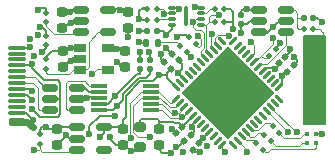
<source format=gbr>
%TF.GenerationSoftware,KiCad,Pcbnew,(6.0.4)*%
%TF.CreationDate,2022-08-13T13:22:29+02:00*%
%TF.ProjectId,mta1_usb,6d746131-5f75-4736-922e-6b696361645f,rev?*%
%TF.SameCoordinates,Original*%
%TF.FileFunction,Copper,L1,Top*%
%TF.FilePolarity,Positive*%
%FSLAX46Y46*%
G04 Gerber Fmt 4.6, Leading zero omitted, Abs format (unit mm)*
G04 Created by KiCad (PCBNEW (6.0.4)) date 2022-08-13 13:22:29*
%MOMM*%
%LPD*%
G01*
G04 APERTURE LIST*
G04 Aperture macros list*
%AMRoundRect*
0 Rectangle with rounded corners*
0 $1 Rounding radius*
0 $2 $3 $4 $5 $6 $7 $8 $9 X,Y pos of 4 corners*
0 Add a 4 corners polygon primitive as box body*
4,1,4,$2,$3,$4,$5,$6,$7,$8,$9,$2,$3,0*
0 Add four circle primitives for the rounded corners*
1,1,$1+$1,$2,$3*
1,1,$1+$1,$4,$5*
1,1,$1+$1,$6,$7*
1,1,$1+$1,$8,$9*
0 Add four rect primitives between the rounded corners*
20,1,$1+$1,$2,$3,$4,$5,0*
20,1,$1+$1,$4,$5,$6,$7,0*
20,1,$1+$1,$6,$7,$8,$9,0*
20,1,$1+$1,$8,$9,$2,$3,0*%
%AMRotRect*
0 Rectangle, with rotation*
0 The origin of the aperture is its center*
0 $1 length*
0 $2 width*
0 $3 Rotation angle, in degrees counterclockwise*
0 Add horizontal line*
21,1,$1,$2,0,0,$3*%
G04 Aperture macros list end*
%TA.AperFunction,SMDPad,CuDef*%
%ADD10RoundRect,0.129500X0.129500X-0.150500X0.129500X0.150500X-0.129500X0.150500X-0.129500X-0.150500X0*%
%TD*%
%TA.AperFunction,SMDPad,CuDef*%
%ADD11RoundRect,0.129500X-0.014849X-0.197990X0.197990X0.014849X0.014849X0.197990X-0.197990X-0.014849X0*%
%TD*%
%TA.AperFunction,SMDPad,CuDef*%
%ADD12RoundRect,0.129500X0.014849X0.197990X-0.197990X-0.014849X-0.014849X-0.197990X0.197990X0.014849X0*%
%TD*%
%TA.AperFunction,SMDPad,CuDef*%
%ADD13RoundRect,0.129500X0.197990X-0.014849X-0.014849X0.197990X-0.197990X0.014849X0.014849X-0.197990X0*%
%TD*%
%TA.AperFunction,SMDPad,CuDef*%
%ADD14RoundRect,0.147500X0.147500X0.172500X-0.147500X0.172500X-0.147500X-0.172500X0.147500X-0.172500X0*%
%TD*%
%TA.AperFunction,SMDPad,CuDef*%
%ADD15R,0.450000X0.450000*%
%TD*%
%TA.AperFunction,SMDPad,CuDef*%
%ADD16RoundRect,0.112500X-0.112500X0.112500X-0.112500X-0.112500X0.112500X-0.112500X0.112500X0.112500X0*%
%TD*%
%TA.AperFunction,SMDPad,CuDef*%
%ADD17RoundRect,0.112500X-0.159099X0.000000X0.000000X-0.159099X0.159099X0.000000X0.000000X0.159099X0*%
%TD*%
%TA.AperFunction,SMDPad,CuDef*%
%ADD18RoundRect,0.112500X0.000000X0.159099X-0.159099X0.000000X0.000000X-0.159099X0.159099X0.000000X0*%
%TD*%
%TA.AperFunction,SMDPad,CuDef*%
%ADD19RoundRect,0.150000X0.512500X0.150000X-0.512500X0.150000X-0.512500X-0.150000X0.512500X-0.150000X0*%
%TD*%
%TA.AperFunction,SMDPad,CuDef*%
%ADD20RoundRect,0.062500X0.220971X0.309359X-0.309359X-0.220971X-0.220971X-0.309359X0.309359X0.220971X0*%
%TD*%
%TA.AperFunction,SMDPad,CuDef*%
%ADD21RoundRect,0.062500X-0.220971X0.309359X-0.309359X0.220971X0.220971X-0.309359X0.309359X-0.220971X0*%
%TD*%
%TA.AperFunction,SMDPad,CuDef*%
%ADD22RotRect,5.600000X5.600000X225.000000*%
%TD*%
%TA.AperFunction,SMDPad,CuDef*%
%ADD23RoundRect,0.200000X-0.225000X0.200000X-0.225000X-0.200000X0.225000X-0.200000X0.225000X0.200000X0*%
%TD*%
%TA.AperFunction,SMDPad,CuDef*%
%ADD24RoundRect,0.200000X-0.275000X0.200000X-0.275000X-0.200000X0.275000X-0.200000X0.275000X0.200000X0*%
%TD*%
%TA.AperFunction,SMDPad,CuDef*%
%ADD25RoundRect,0.112500X0.112500X-0.112500X0.112500X0.112500X-0.112500X0.112500X-0.112500X-0.112500X0*%
%TD*%
%TA.AperFunction,SMDPad,CuDef*%
%ADD26RoundRect,0.150000X-0.512500X-0.150000X0.512500X-0.150000X0.512500X0.150000X-0.512500X0.150000X0*%
%TD*%
%TA.AperFunction,SMDPad,CuDef*%
%ADD27R,1.000000X0.700000*%
%TD*%
%TA.AperFunction,SMDPad,CuDef*%
%ADD28RoundRect,0.112500X0.112500X0.112500X-0.112500X0.112500X-0.112500X-0.112500X0.112500X-0.112500X0*%
%TD*%
%TA.AperFunction,SMDPad,CuDef*%
%ADD29RoundRect,0.129500X0.150500X0.129500X-0.150500X0.129500X-0.150500X-0.129500X0.150500X-0.129500X0*%
%TD*%
%TA.AperFunction,SMDPad,CuDef*%
%ADD30R,1.400000X0.300000*%
%TD*%
%TA.AperFunction,SMDPad,CuDef*%
%ADD31RoundRect,0.112500X-0.112500X-0.112500X0.112500X-0.112500X0.112500X0.112500X-0.112500X0.112500X0*%
%TD*%
%TA.AperFunction,SMDPad,CuDef*%
%ADD32RoundRect,0.075000X0.225000X0.075000X-0.225000X0.075000X-0.225000X-0.075000X0.225000X-0.075000X0*%
%TD*%
%TA.AperFunction,SMDPad,CuDef*%
%ADD33RoundRect,0.075000X-0.075000X-0.775000X0.075000X-0.775000X0.075000X0.775000X-0.075000X0.775000X0*%
%TD*%
%TA.AperFunction,SMDPad,CuDef*%
%ADD34RoundRect,0.129500X-0.150500X-0.129500X0.150500X-0.129500X0.150500X0.129500X-0.150500X0.129500X0*%
%TD*%
%TA.AperFunction,SMDPad,CuDef*%
%ADD35RoundRect,0.250000X0.650000X-0.325000X0.650000X0.325000X-0.650000X0.325000X-0.650000X-0.325000X0*%
%TD*%
%TA.AperFunction,SMDPad,CuDef*%
%ADD36RoundRect,0.075000X0.675000X0.075000X-0.675000X0.075000X-0.675000X-0.075000X0.675000X-0.075000X0*%
%TD*%
%TA.AperFunction,SMDPad,CuDef*%
%ADD37RoundRect,0.175000X0.525000X0.175000X-0.525000X0.175000X-0.525000X-0.175000X0.525000X-0.175000X0*%
%TD*%
%TA.AperFunction,ViaPad*%
%ADD38C,0.600000*%
%TD*%
%TA.AperFunction,Conductor*%
%ADD39C,0.200000*%
%TD*%
%TA.AperFunction,Conductor*%
%ADD40C,0.125000*%
%TD*%
%TA.AperFunction,Conductor*%
%ADD41C,0.600000*%
%TD*%
G04 APERTURE END LIST*
D10*
%TO.P,C7,1*%
%TO.N,+3V3*%
X111450000Y-93040000D03*
%TO.P,C7,2*%
%TO.N,GND*%
X111450000Y-92260000D03*
%TD*%
%TO.P,C13,1*%
%TO.N,+3V3*%
X112350000Y-93040000D03*
%TO.P,C13,2*%
%TO.N,GND*%
X112350000Y-92260000D03*
%TD*%
D11*
%TO.P,C16,1*%
%TO.N,+1V2*%
X123224228Y-92575772D03*
%TO.P,C16,2*%
%TO.N,GND*%
X123775772Y-92024228D03*
%TD*%
D12*
%TO.P,C17,1*%
%TO.N,/Application FPGA/APP_+1.2_PLL*%
X115075772Y-97924228D03*
%TO.P,C17,2*%
%TO.N,GND*%
X114524228Y-98475772D03*
%TD*%
D13*
%TO.P,C18,1*%
%TO.N,+2V5*%
X114075772Y-93025772D03*
%TO.P,C18,2*%
%TO.N,GND*%
X113524228Y-92474228D03*
%TD*%
D11*
%TO.P,C19,1*%
%TO.N,+3V3*%
X123924228Y-93275772D03*
%TO.P,C19,2*%
%TO.N,GND*%
X124475772Y-92724228D03*
%TD*%
D12*
%TO.P,C20,1*%
%TO.N,+1V2*%
X115775772Y-98624228D03*
%TO.P,C20,2*%
%TO.N,GND*%
X115224228Y-99175772D03*
%TD*%
%TO.P,C21,1*%
%TO.N,+3V3*%
X116475772Y-99324228D03*
%TO.P,C21,2*%
%TO.N,GND*%
X115924228Y-99875772D03*
%TD*%
D14*
%TO.P,D1,1,K*%
%TO.N,Net-(D1-Pad1)*%
X112985000Y-90850000D03*
%TO.P,D1,2,A*%
%TO.N,+2V5*%
X112015000Y-90850000D03*
%TD*%
D15*
%TO.P,D3,1,A*%
%TO.N,+3V3*%
X126380000Y-98570000D03*
%TO.P,D3,2,RK*%
%TO.N,Net-(D3-Pad2)*%
X126380000Y-99330000D03*
%TO.P,D3,3,GK*%
%TO.N,Net-(D3-Pad3)*%
X125620000Y-99330000D03*
%TO.P,D3,4,BK*%
%TO.N,Net-(D3-Pad4)*%
X125620000Y-98570000D03*
%TD*%
D16*
%TO.P,R1,1*%
%TO.N,+5V*%
X103550000Y-88300000D03*
%TO.P,R1,2*%
%TO.N,Net-(R1-Pad2)*%
X103550000Y-89100000D03*
%TD*%
%TO.P,R2,1*%
%TO.N,+5V*%
X103550000Y-92250000D03*
%TO.P,R2,2*%
%TO.N,VCC_OK*%
X103550000Y-93050000D03*
%TD*%
D17*
%TO.P,R16,1*%
%TO.N,APP_LED_RED*%
X121317157Y-99317157D03*
%TO.P,R16,2*%
%TO.N,Net-(D3-Pad2)*%
X121882843Y-99882843D03*
%TD*%
%TO.P,R17,1*%
%TO.N,APP_LED_GREEN*%
X122017157Y-98617157D03*
%TO.P,R17,2*%
%TO.N,Net-(D3-Pad3)*%
X122582843Y-99182843D03*
%TD*%
%TO.P,R18,1*%
%TO.N,APP_LED_BLUE*%
X122717157Y-97917157D03*
%TO.P,R18,2*%
%TO.N,Net-(D3-Pad4)*%
X123282843Y-98482843D03*
%TD*%
D18*
%TO.P,R19,1*%
%TO.N,+3V3*%
X122982843Y-91367157D03*
%TO.P,R19,2*%
%TO.N,APP_CDONE*%
X122417157Y-91932843D03*
%TD*%
D19*
%TO.P,U5,6,I/O1*%
%TO.N,/USB to Serial converter/INT_USB_IN_D+*%
X103862500Y-96550000D03*
%TO.P,U5,5,VBUS*%
%TO.N,+5V*%
X103862500Y-95600000D03*
%TO.P,U5,4,I/O2*%
%TO.N,/USB to Serial converter/INT_USB_IN_D-*%
X103862500Y-94650000D03*
%TO.P,U5,3,I/O2*%
%TO.N,INT_USB_D-*%
X106137500Y-94650000D03*
%TO.P,U5,2,GND*%
%TO.N,GND*%
X106137500Y-95600000D03*
%TO.P,U5,1,I/O1*%
%TO.N,INT_USB_D+*%
X106137500Y-96550000D03*
%TD*%
D20*
%TO.P,U6,1,VCCIO_2*%
%TO.N,+3V3*%
X123275223Y-94613864D03*
%TO.P,U6,2,IOB_6a*%
%TO.N,unconnected-(U6-Pad2)*%
X122921670Y-94260311D03*
%TO.P,U6,3,IOB_9b*%
%TO.N,unconnected-(U6-Pad3)*%
X122568116Y-93906757D03*
%TO.P,U6,4,IOB_8a*%
%TO.N,unconnected-(U6-Pad4)*%
X122214563Y-93553204D03*
%TO.P,U6,5,VCC*%
%TO.N,+1V2*%
X121861010Y-93199651D03*
%TO.P,U6,6,IOB_13b*%
%TO.N,TOUCH_EVENT*%
X121507456Y-92846097D03*
%TO.P,U6,7,CDONE*%
%TO.N,APP_CDONE*%
X121153903Y-92492544D03*
%TO.P,U6,8,~{CRESET}*%
%TO.N,APP_CRESET*%
X120800349Y-92138990D03*
%TO.P,U6,9,IOB_16a*%
%TO.N,unconnected-(U6-Pad9)*%
X120446796Y-91785437D03*
%TO.P,U6,10,IOB_18a*%
%TO.N,unconnected-(U6-Pad10)*%
X120093243Y-91431884D03*
%TO.P,U6,11,IOB_20a*%
%TO.N,unconnected-(U6-Pad11)*%
X119739689Y-91078330D03*
%TO.P,U6,12,IOB_22b*%
%TO.N,unconnected-(U6-Pad12)*%
X119386136Y-90724777D03*
D21*
%TO.P,U6,13,IOB_24a*%
%TO.N,unconnected-(U6-Pad13)*%
X118413864Y-90724777D03*
%TO.P,U6,14,IOB_32a_SPI_SO*%
%TO.N,APP_ICE_MISO*%
X118060311Y-91078330D03*
%TO.P,U6,15,IOB_34a_SPI_SCK*%
%TO.N,APP_ICE_SCK*%
X117706757Y-91431884D03*
%TO.P,U6,16,IOB_35b_SPI_SS*%
%TO.N,APP_ICE_SS*%
X117353204Y-91785437D03*
%TO.P,U6,17,IOB_33b_SPI_SI*%
%TO.N,APP_ICE_MOSI*%
X116999651Y-92138990D03*
%TO.P,U6,18,IOB_31b*%
%TO.N,unconnected-(U6-Pad18)*%
X116646097Y-92492544D03*
%TO.P,U6,19,IOB_29b*%
%TO.N,unconnected-(U6-Pad19)*%
X116292544Y-92846097D03*
%TO.P,U6,20,IOB_25b_G3*%
%TO.N,unconnected-(U6-Pad20)*%
X115938990Y-93199651D03*
%TO.P,U6,21,IOB_23b*%
%TO.N,unconnected-(U6-Pad21)*%
X115585437Y-93553204D03*
%TO.P,U6,22,SPI_VCCIO1*%
%TO.N,+3V3*%
X115231884Y-93906757D03*
%TO.P,U6,23,IOT_37a*%
%TO.N,unconnected-(U6-Pad23)*%
X114878330Y-94260311D03*
%TO.P,U6,24,VPP_2V5*%
%TO.N,+2V5*%
X114524777Y-94613864D03*
D20*
%TO.P,U6,25,IOT_36b*%
%TO.N,TX*%
X114524777Y-95586136D03*
%TO.P,U6,26,IOT_39a*%
%TO.N,RX*%
X114878330Y-95939689D03*
%TO.P,U6,27,IOT_38b*%
%TO.N,CTS*%
X115231884Y-96293243D03*
%TO.P,U6,28,IOT_41a*%
%TO.N,RTS*%
X115585437Y-96646796D03*
%TO.P,U6,29,VCCPLL*%
%TO.N,/Application FPGA/APP_+1.2_PLL*%
X115938990Y-97000349D03*
%TO.P,U6,30,VCC*%
%TO.N,+1V2*%
X116292544Y-97353903D03*
%TO.P,U6,31,IOT_42b*%
%TO.N,unconnected-(U6-Pad31)*%
X116646097Y-97707456D03*
%TO.P,U6,32,IOT_43a*%
%TO.N,unconnected-(U6-Pad32)*%
X116999651Y-98061010D03*
%TO.P,U6,33,VCCIO_0*%
%TO.N,+3V3*%
X117353204Y-98414563D03*
%TO.P,U6,34,IOT_44b*%
%TO.N,unconnected-(U6-Pad34)*%
X117706757Y-98768116D03*
%TO.P,U6,35,IOT_46b_G0*%
%TO.N,unconnected-(U6-Pad35)*%
X118060311Y-99121670D03*
%TO.P,U6,36,IOT_48b*%
%TO.N,APP_GPIO1*%
X118413864Y-99475223D03*
D21*
%TO.P,U6,37,IOT_45a_G1*%
%TO.N,unconnected-(U6-Pad37)*%
X119386136Y-99475223D03*
%TO.P,U6,38,IOT_50b*%
%TO.N,APP_GPIO2*%
X119739689Y-99121670D03*
%TO.P,U6,39,RGB0*%
%TO.N,APP_LED_RED*%
X120093243Y-98768116D03*
%TO.P,U6,40,RGB1*%
%TO.N,APP_LED_GREEN*%
X120446796Y-98414563D03*
%TO.P,U6,41,RGB2*%
%TO.N,APP_LED_BLUE*%
X120800349Y-98061010D03*
%TO.P,U6,42,IOT_51a*%
%TO.N,unconnected-(U6-Pad42)*%
X121153903Y-97707456D03*
%TO.P,U6,43,IOT_49a*%
%TO.N,unconnected-(U6-Pad43)*%
X121507456Y-97353903D03*
%TO.P,U6,44,IOB_3b_G6*%
%TO.N,unconnected-(U6-Pad44)*%
X121861010Y-97000349D03*
%TO.P,U6,45,IOB_5b*%
%TO.N,APP_GPIO3*%
X122214563Y-96646796D03*
%TO.P,U6,46,IOB_0a*%
%TO.N,APP_GPIO4*%
X122568116Y-96293243D03*
%TO.P,U6,47,IOB_2a*%
%TO.N,unconnected-(U6-Pad47)*%
X122921670Y-95939689D03*
%TO.P,U6,48,IOB_4a*%
%TO.N,unconnected-(U6-Pad48)*%
X123275223Y-95586136D03*
D22*
%TO.P,U6,49,GND*%
%TO.N,GND*%
X118900000Y-95100000D03*
%TD*%
D23*
%TO.P,C6,2*%
%TO.N,GND*%
X104943750Y-92850000D03*
%TO.P,C6,1*%
%TO.N,+5V*%
X104943750Y-91550000D03*
%TD*%
%TO.P,C25,1*%
%TO.N,/Application FPGA/APP_+1.2_PLL*%
X113050000Y-98150000D03*
%TO.P,C25,2*%
%TO.N,GND*%
X113050000Y-99450000D03*
%TD*%
D24*
%TO.P,FB3,1*%
%TO.N,/Application FPGA/APP_+1.2_PLL*%
X111500000Y-97975000D03*
%TO.P,FB3,2*%
%TO.N,+1V2*%
X111500000Y-99625000D03*
%TD*%
D16*
%TO.P,R22,1*%
%TO.N,+5V*%
X103000000Y-98600000D03*
%TO.P,R22,2*%
%TO.N,SPI_VCC_OK*%
X103000000Y-99400000D03*
%TD*%
D25*
%TO.P,R29,1*%
%TO.N,Net-(P1-PadA5)*%
X103550000Y-91050000D03*
%TO.P,R29,2*%
%TO.N,GND*%
X103550000Y-90250000D03*
%TD*%
D17*
%TO.P,R20,1*%
%TO.N,+3V3*%
X115617157Y-90367157D03*
%TO.P,R20,2*%
%TO.N,APP_CRESET*%
X116182843Y-90932843D03*
%TD*%
D23*
%TO.P,C1,2*%
%TO.N,GND*%
X104843750Y-89550000D03*
%TO.P,C1,1*%
%TO.N,+5V*%
X104843750Y-88250000D03*
%TD*%
%TO.P,C5,1*%
%TO.N,+1V2*%
X110450000Y-88250000D03*
%TO.P,C5,2*%
%TO.N,GND*%
X110450000Y-89550000D03*
%TD*%
D26*
%TO.P,U2,5,Vout*%
%TO.N,+1V2*%
X108781250Y-88050000D03*
%TO.P,U2,4,PG*%
%TO.N,VCC_OK*%
X108781250Y-89950000D03*
%TO.P,U2,3,EN*%
%TO.N,Net-(R1-Pad2)*%
X106506250Y-89950000D03*
%TO.P,U2,2,GND*%
%TO.N,GND*%
X106506250Y-89000000D03*
%TO.P,U2,1,Vin*%
%TO.N,+5V*%
X106506250Y-88050000D03*
%TD*%
D23*
%TO.P,C4,1*%
%TO.N,+2V5*%
X110000000Y-98150000D03*
%TO.P,C4,2*%
%TO.N,GND*%
X110000000Y-99450000D03*
%TD*%
%TO.P,C2,1*%
%TO.N,+5V*%
X104450000Y-98150000D03*
%TO.P,C2,2*%
%TO.N,GND*%
X104450000Y-99450000D03*
%TD*%
D26*
%TO.P,U1,1,Vin*%
%TO.N,+5V*%
X106112500Y-98000000D03*
%TO.P,U1,2,GND*%
%TO.N,GND*%
X106112500Y-98950000D03*
%TO.P,U1,3,/SHDN*%
%TO.N,SPI_VCC_OK*%
X106112500Y-99900000D03*
%TO.P,U1,4,PWRGD*%
%TO.N,unconnected-(U1-Pad4)*%
X108387500Y-99900000D03*
%TO.P,U1,5,Vout*%
%TO.N,+2V5*%
X108387500Y-98000000D03*
%TD*%
D23*
%TO.P,C3,2*%
%TO.N,GND*%
X110243750Y-92850000D03*
%TO.P,C3,1*%
%TO.N,+3V3*%
X110243750Y-91550000D03*
%TD*%
D17*
%TO.P,R3,1*%
%TO.N,Net-(D1-Pad1)*%
X114867157Y-91067157D03*
%TO.P,R3,2*%
%TO.N,GND*%
X115432843Y-91632843D03*
%TD*%
D13*
%TO.P,C22,1*%
%TO.N,+3V3*%
X114775772Y-92325772D03*
%TO.P,C22,2*%
%TO.N,GND*%
X114224228Y-91774228D03*
%TD*%
D27*
%TO.P,U9,5,OUT*%
%TO.N,+3V3*%
X108793750Y-91250000D03*
%TO.P,U9,4,PG*%
%TO.N,SPI_VCC_OK*%
X108793750Y-93150000D03*
%TO.P,U9,3,EN*%
%TO.N,VCC_OK*%
X106393750Y-93150000D03*
%TO.P,U9,2,GND*%
%TO.N,GND*%
X106393750Y-92200000D03*
%TO.P,U9,1,IN*%
%TO.N,+5V*%
X106393750Y-91250000D03*
%TD*%
D28*
%TO.P,R25,1*%
%TO.N,+3V3*%
X118600000Y-87950000D03*
%TO.P,R25,2*%
%TO.N,/Application FPGA/APP_FLASH_WP*%
X117800000Y-87950000D03*
%TD*%
D29*
%TO.P,C23,1*%
%TO.N,+3V3*%
X112890000Y-89850000D03*
%TO.P,C23,2*%
%TO.N,GND*%
X112110000Y-89850000D03*
%TD*%
D30*
%TO.P,U3,10,V33*%
%TO.N,+3V3*%
X108000000Y-96500000D03*
%TO.P,U3,9,VCC*%
X108000000Y-96000000D03*
%TO.P,U3,8,GND*%
%TO.N,GND*%
X108000000Y-95500000D03*
%TO.P,U3,7,UDM(P3.7)*%
%TO.N,INT_USB_D-*%
X108000000Y-95000000D03*
%TO.P,U3,6,UDP(P3.6)*%
%TO.N,INT_USB_D+*%
X108000000Y-94500000D03*
%TO.P,U3,5,RST*%
%TO.N,unconnected-(U3-Pad5)*%
X112400000Y-94500000D03*
%TO.P,U3,4,TX(P1.7)*%
%TO.N,TX*%
X112400000Y-95000000D03*
%TO.P,U3,3,RX(PP1.6)*%
%TO.N,RX*%
X112400000Y-95500000D03*
%TO.P,U3,2,CTS(P1.5)*%
%TO.N,CTS*%
X112400000Y-96000000D03*
%TO.P,U3,1,RTS(P1.4)*%
%TO.N,RTS*%
X112400000Y-96500000D03*
%TD*%
D10*
%TO.P,C26,1*%
%TO.N,+3V3*%
X120050000Y-89240000D03*
%TO.P,C26,2*%
%TO.N,GND*%
X120050000Y-88460000D03*
%TD*%
D28*
%TO.P,R23,1*%
%TO.N,+3V3*%
X118600000Y-89050000D03*
%TO.P,R23,2*%
%TO.N,APP_ICE_SS*%
X117800000Y-89050000D03*
%TD*%
D31*
%TO.P,R26,1*%
%TO.N,+3V3*%
X112100000Y-88900000D03*
%TO.P,R26,2*%
%TO.N,/Application FPGA/APP_FLASH_HOLD*%
X112900000Y-88900000D03*
%TD*%
D19*
%TO.P,U10,1,QC*%
%TO.N,TOUCH_EVENT*%
X123837500Y-89950000D03*
%TO.P,U10,2,VSS*%
%TO.N,GND*%
X123837500Y-89000000D03*
%TO.P,U10,3,TCH*%
%TO.N,Net-(C27-Pad1)*%
X123837500Y-88050000D03*
%TO.P,U10,4,AHLB*%
%TO.N,GND*%
X121562500Y-88050000D03*
%TO.P,U10,5,VDD*%
%TO.N,+3V3*%
X121562500Y-89000000D03*
%TO.P,U10,6,TOG*%
%TO.N,GND*%
X121562500Y-89950000D03*
%TD*%
D32*
%TO.P,U8,1,~{CS}*%
%TO.N,APP_ICE_SS*%
X116650000Y-89350000D03*
%TO.P,U8,2,DO(IO1)*%
%TO.N,APP_ICE_MOSI*%
X116650000Y-88850000D03*
%TO.P,U8,3,IO2*%
%TO.N,/Application FPGA/APP_FLASH_WP*%
X116650000Y-88350000D03*
%TO.P,U8,4,GND*%
%TO.N,GND*%
X116650000Y-87850000D03*
%TO.P,U8,5,DI(IO0)*%
%TO.N,APP_ICE_MISO*%
X114150000Y-87850000D03*
%TO.P,U8,6,CLK*%
%TO.N,APP_ICE_SCK*%
X114150000Y-88350000D03*
%TO.P,U8,7,IO3*%
%TO.N,/Application FPGA/APP_FLASH_HOLD*%
X114150000Y-88850000D03*
%TO.P,U8,8,VCC*%
%TO.N,+3V3*%
X114150000Y-89350000D03*
D33*
%TO.P,U8,9,EXP*%
%TO.N,unconnected-(U8-Pad9)*%
X115400000Y-88600000D03*
%TD*%
D31*
%TO.P,R30,1*%
%TO.N,Net-(C27-Pad1)*%
X125350000Y-89700000D03*
%TO.P,R30,2*%
%TO.N,/Application FPGA/TOUCH_PAD*%
X126150000Y-89700000D03*
%TD*%
D34*
%TO.P,C27,1*%
%TO.N,Net-(C27-Pad1)*%
X125360000Y-88700000D03*
%TO.P,C27,2*%
%TO.N,GND*%
X126140000Y-88700000D03*
%TD*%
D35*
%TO.P,C8,1*%
%TO.N,/Application FPGA/TOUCH_PAD*%
X126200000Y-95475000D03*
%TO.P,C8,2*%
X126200000Y-92525000D03*
%TD*%
D36*
%TO.P,P1,A1,GND*%
%TO.N,GND*%
X101050000Y-96750000D03*
%TO.P,P1,A2,TX1+*%
%TO.N,unconnected-(P1-PadA2)*%
X101050000Y-96250000D03*
%TO.P,P1,A3,TX1-*%
%TO.N,unconnected-(P1-PadA3)*%
X101050000Y-95750000D03*
%TO.P,P1,A4,VBUS*%
%TO.N,+5V*%
X101050000Y-95250000D03*
%TO.P,P1,A5,CC*%
%TO.N,Net-(P1-PadA5)*%
X101050000Y-94750000D03*
%TO.P,P1,A6,D+*%
%TO.N,/USB to Serial converter/INT_USB_IN_D+*%
X101050000Y-94250000D03*
%TO.P,P1,A7,D-*%
%TO.N,/USB to Serial converter/INT_USB_IN_D-*%
X101050000Y-93750000D03*
%TO.P,P1,A8,SBU1*%
%TO.N,unconnected-(P1-PadA8)*%
X101050000Y-93250000D03*
%TO.P,P1,A9,VBUS*%
%TO.N,+5V*%
X101050000Y-92750000D03*
%TO.P,P1,A10,RX2-*%
%TO.N,unconnected-(P1-PadA10)*%
X101050000Y-92250000D03*
%TO.P,P1,A11,RX2+*%
%TO.N,unconnected-(P1-PadA11)*%
X101050000Y-91750000D03*
%TO.P,P1,A12,GND*%
%TO.N,GND*%
X101050000Y-91250000D03*
D37*
%TO.P,P1,S1,SHIELD*%
X101100000Y-97500000D03*
%TD*%
D31*
%TO.P,R24,1*%
%TO.N,+3V3*%
X112100000Y-87950000D03*
%TO.P,R24,2*%
%TO.N,APP_ICE_SCK*%
X112900000Y-87950000D03*
%TD*%
D38*
%TO.N,GND*%
X108951563Y-98787032D03*
X113700000Y-91262489D03*
X126850000Y-89100000D03*
X109499292Y-92457430D03*
X105643750Y-92350000D03*
X116550000Y-100100000D03*
X102200000Y-90500000D03*
X107017510Y-95517510D03*
X112200000Y-91600000D03*
X117900000Y-96100000D03*
X116900000Y-95100000D03*
X114190950Y-98140450D03*
X110450000Y-90350000D03*
X116107816Y-87836928D03*
X119850000Y-94100000D03*
X118900000Y-93100000D03*
X102800000Y-90200000D03*
X102987526Y-89456771D03*
X124200000Y-91350000D03*
X102200000Y-91150000D03*
X114136045Y-100136045D03*
X111450000Y-91600000D03*
X113250000Y-91750000D03*
X114521610Y-99650000D03*
X117900000Y-94100000D03*
X105593750Y-89200000D03*
X118900000Y-95100000D03*
X122700000Y-89500000D03*
X105191730Y-98653959D03*
X120500000Y-87950000D03*
X119850000Y-96100000D03*
X102400000Y-98000000D03*
X102400000Y-97350000D03*
X124500000Y-92000000D03*
X120900000Y-95100000D03*
X111400000Y-89850000D03*
X115800000Y-92050000D03*
X118850000Y-97100000D03*
%TO.N,+5V*%
X105543750Y-88200000D03*
X105593750Y-91250000D03*
X102500000Y-91950000D03*
X103500000Y-98000000D03*
X102300000Y-92650000D03*
X102350000Y-95700000D03*
X102800000Y-88050000D03*
X102350000Y-96450000D03*
%TO.N,+3V3*%
X114700000Y-93400000D03*
X123371981Y-90871981D03*
X111400000Y-88850000D03*
X119365412Y-89676255D03*
X107200000Y-98550000D03*
X123522528Y-93677472D03*
X116836928Y-98892184D03*
X109550000Y-96150000D03*
X114599988Y-90338489D03*
X109543750Y-91350000D03*
X109350000Y-97050000D03*
X109400000Y-95350000D03*
X120050000Y-90000000D03*
X126850000Y-98600000D03*
X113700000Y-90150000D03*
%TO.N,+2V5*%
X111400000Y-90800000D03*
X113100000Y-93550000D03*
X108100000Y-98800000D03*
%TO.N,+1V2*%
X122900238Y-93064220D03*
X115875683Y-97957964D03*
X110732513Y-99969111D03*
X109750000Y-88100000D03*
%TO.N,APP_CDONE*%
X122750000Y-90450000D03*
%TO.N,APP_CRESET*%
X116400000Y-90250000D03*
X120896377Y-90771778D03*
%TO.N,APP_ICE_SCK*%
X113500000Y-88388000D03*
X117562000Y-90050000D03*
%TO.N,SPI_VCC_OK*%
X107400000Y-93450000D03*
X102500000Y-99950000D03*
%TO.N,TX*%
X110707631Y-98894377D03*
%TO.N,Net-(P1-PadA5)*%
X102346800Y-94903200D03*
X103206258Y-91637342D03*
%TO.N,APP_ICE_SS*%
X118183368Y-88496982D03*
%TO.N,APP_ICE_MOSI*%
X115986240Y-89094334D03*
%TO.N,APP_ICE_MISO*%
X118984579Y-90263000D03*
X114756811Y-87993272D03*
%TO.N,RX*%
X112300000Y-98850000D03*
%TO.N,RTS*%
X115001531Y-97152723D03*
X115150000Y-100050000D03*
%TO.N,CTS*%
X117134427Y-99569435D03*
X114400000Y-96762000D03*
%TO.N,APP_GPIO1*%
X118700000Y-100050000D03*
%TO.N,APP_GPIO2*%
X120500000Y-100050000D03*
%TO.N,APP_GPIO3*%
X124000000Y-98400500D03*
%TO.N,APP_GPIO4*%
X124796800Y-98396800D03*
%TD*%
D39*
%TO.N,GND*%
X108951563Y-98787032D02*
X108951563Y-98951563D01*
X108951563Y-98951563D02*
X109450000Y-99450000D01*
X109450000Y-99450000D02*
X110000000Y-99450000D01*
D40*
%TO.N,SPI_VCC_OK*%
X107800000Y-93050000D02*
X108800000Y-93050000D01*
X107400000Y-93450000D02*
X107800000Y-93050000D01*
%TO.N,VCC_OK*%
X103550000Y-93400000D02*
X103550000Y-93050000D01*
X103650000Y-93500000D02*
X103550000Y-93400000D01*
X105450000Y-93500000D02*
X103650000Y-93500000D01*
X106400000Y-93050000D02*
X106300000Y-93150000D01*
X106950000Y-93050000D02*
X106400000Y-93050000D01*
X107150000Y-90750000D02*
X107150000Y-92850000D01*
X106300000Y-93150000D02*
X105800000Y-93150000D01*
X105800000Y-93150000D02*
X105450000Y-93500000D01*
X107950000Y-89950000D02*
X107150000Y-90750000D01*
X108781250Y-89950000D02*
X107950000Y-89950000D01*
X107150000Y-92850000D02*
X106950000Y-93050000D01*
%TO.N,INT_USB_D+*%
X105350000Y-96550000D02*
X106137500Y-96550000D01*
X105250000Y-96450000D02*
X105350000Y-96550000D01*
X105400000Y-94100000D02*
X105250000Y-94250000D01*
X106800000Y-94100000D02*
X105400000Y-94100000D01*
X107200000Y-94500000D02*
X106800000Y-94100000D01*
X107950000Y-94500000D02*
X107200000Y-94500000D01*
X105250000Y-94250000D02*
X105250000Y-96450000D01*
D39*
%TO.N,GND*%
X105191730Y-98708270D02*
X104450000Y-99450000D01*
X105191730Y-98653959D02*
X105191730Y-98708270D01*
X105191730Y-98653959D02*
X105537771Y-99000000D01*
X105537771Y-99000000D02*
X106112500Y-99000000D01*
%TO.N,+3V3*%
X108050000Y-97050000D02*
X109350000Y-97050000D01*
X107200000Y-97900000D02*
X108050000Y-97050000D01*
X107200000Y-98550000D02*
X107200000Y-97900000D01*
%TO.N,+5V*%
X104600000Y-98000000D02*
X104450000Y-98150000D01*
X106062500Y-98000000D02*
X104600000Y-98000000D01*
%TO.N,+2V5*%
X109850000Y-98000000D02*
X110000000Y-98150000D01*
X108387500Y-98000000D02*
X109850000Y-98000000D01*
X108100000Y-98800000D02*
X108387500Y-98512500D01*
X108387500Y-98512500D02*
X108387500Y-98000000D01*
%TO.N,GND*%
X105700000Y-89000000D02*
X105250000Y-89450000D01*
X106506250Y-89000000D02*
X105700000Y-89000000D01*
X105250000Y-89450000D02*
X104850000Y-89450000D01*
%TO.N,+5V*%
X103550000Y-92000000D02*
X104000000Y-91550000D01*
X104000000Y-91550000D02*
X104850000Y-91550000D01*
X103550000Y-92250000D02*
X103550000Y-92000000D01*
D40*
%TO.N,Net-(R1-Pad2)*%
X103550000Y-89450000D02*
X103550000Y-89100000D01*
X104212020Y-90112020D02*
X103550000Y-89450000D01*
X106344230Y-90112020D02*
X104212020Y-90112020D01*
X106506250Y-89950000D02*
X106344230Y-90112020D01*
D39*
%TO.N,INT_USB_D-*%
X107200000Y-95000000D02*
X106850000Y-94650000D01*
X107950000Y-95000000D02*
X107200000Y-95000000D01*
X106850000Y-94650000D02*
X106137500Y-94650000D01*
D40*
%TO.N,RX*%
X111550000Y-95500000D02*
X113200000Y-95500000D01*
X114000000Y-96300000D02*
X114518019Y-96300000D01*
X110862980Y-96187020D02*
X111550000Y-95500000D01*
X110862980Y-98362980D02*
X110862980Y-96187020D01*
X113200000Y-95500000D02*
X114000000Y-96300000D01*
X114518019Y-96300000D02*
X114878330Y-95939689D01*
X112300000Y-98850000D02*
X111350000Y-98850000D01*
X111350000Y-98850000D02*
X110862980Y-98362980D01*
%TO.N,RTS*%
X113300000Y-96500000D02*
X113675000Y-96875000D01*
X112450000Y-96500000D02*
X113300000Y-96500000D01*
%TO.N,CTS*%
X114775127Y-96750000D02*
X115231884Y-96293243D01*
X114100000Y-96750000D02*
X114775127Y-96750000D01*
X113350000Y-96000000D02*
X114100000Y-96750000D01*
X112450000Y-96000000D02*
X113350000Y-96000000D01*
%TO.N,TX*%
X111525000Y-95000000D02*
X112400000Y-95000000D01*
X110600000Y-95925000D02*
X111525000Y-95000000D01*
X110600000Y-98786746D02*
X110600000Y-95925000D01*
X110707631Y-98894377D02*
X110600000Y-98786746D01*
X113100000Y-95000000D02*
X114000000Y-95900000D01*
X112400000Y-95000000D02*
X113100000Y-95000000D01*
D39*
%TO.N,+3V3*%
X108750000Y-96000000D02*
X109400000Y-95350000D01*
X108000000Y-96000000D02*
X108750000Y-96000000D01*
X109200000Y-96500000D02*
X109550000Y-96150000D01*
X108000000Y-96500000D02*
X109200000Y-96500000D01*
D40*
%TO.N,APP_LED_GREEN*%
X121800000Y-98500000D02*
X121967157Y-98667157D01*
X121450000Y-98500000D02*
X121800000Y-98500000D01*
X121150000Y-98800000D02*
X121450000Y-98500000D01*
X120832233Y-98800000D02*
X121150000Y-98800000D01*
X120446796Y-98414563D02*
X120832233Y-98800000D01*
%TO.N,APP_LED_RED*%
X120425127Y-99100000D02*
X120093243Y-98768116D01*
X121317157Y-99317157D02*
X121100000Y-99100000D01*
X121100000Y-99100000D02*
X120425127Y-99100000D01*
%TO.N,Net-(D3-Pad2)*%
X126250000Y-99850000D02*
X126380000Y-99720000D01*
X122600000Y-99850000D02*
X126250000Y-99850000D01*
X122100000Y-100100000D02*
X122350000Y-100100000D01*
X121882843Y-99882843D02*
X122100000Y-100100000D01*
X122350000Y-100100000D02*
X122600000Y-99850000D01*
X126380000Y-99720000D02*
X126380000Y-99330000D01*
%TO.N,Net-(D3-Pad3)*%
X122950000Y-99550000D02*
X123150000Y-99550000D01*
X122582843Y-99182843D02*
X122950000Y-99550000D01*
X124950000Y-99550000D02*
X123150000Y-99550000D01*
%TO.N,/Application FPGA/APP_FLASH_HOLD*%
X112950000Y-88850000D02*
X114150000Y-88850000D01*
X112900000Y-88900000D02*
X112950000Y-88850000D01*
D39*
%TO.N,+3V3*%
X112100000Y-88900000D02*
X111450000Y-88900000D01*
X111450000Y-88900000D02*
X111400000Y-88850000D01*
D40*
%TO.N,APP_ICE_SCK*%
X112900000Y-87950000D02*
X113400000Y-87950000D01*
X113400000Y-87950000D02*
X113500000Y-88050000D01*
D39*
%TO.N,+3V3*%
X111600000Y-87950000D02*
X111400000Y-88150000D01*
X112100000Y-87950000D02*
X111600000Y-87950000D01*
D40*
%TO.N,APP_ICE_SS*%
X117350000Y-88650000D02*
X117350000Y-89100000D01*
X117503018Y-88496982D02*
X117350000Y-88650000D01*
X118183368Y-88496982D02*
X117503018Y-88496982D01*
D39*
%TO.N,+3V3*%
X118600000Y-89050000D02*
X119350000Y-89050000D01*
X119365412Y-89676255D02*
X119365412Y-89034588D01*
X119365412Y-89034588D02*
X119365412Y-88215412D01*
X119350000Y-89050000D02*
X119365412Y-89034588D01*
X118600000Y-88000000D02*
X119150000Y-88000000D01*
X119150000Y-88000000D02*
X119300000Y-88150000D01*
X119365412Y-88215412D02*
X119300000Y-88150000D01*
D40*
%TO.N,/Application FPGA/APP_FLASH_WP*%
X117400000Y-88000000D02*
X117800000Y-88000000D01*
X117050000Y-88350000D02*
X117400000Y-88000000D01*
X116650000Y-88350000D02*
X117050000Y-88350000D01*
%TO.N,APP_ICE_SS*%
X117602576Y-89100000D02*
X117350000Y-89100000D01*
%TO.N,APP_ICE_MISO*%
X117842485Y-90860504D02*
X118060311Y-91078330D01*
X117842485Y-90448306D02*
X117842485Y-90860504D01*
X118099893Y-90190898D02*
X117842485Y-90448306D01*
X118912477Y-90190898D02*
X118099893Y-90190898D01*
X118984579Y-90263000D02*
X118912477Y-90190898D01*
%TO.N,APP_ICE_SCK*%
X117450000Y-91175127D02*
X117706757Y-91431884D01*
X117562000Y-90050000D02*
X117450000Y-90162000D01*
X117450000Y-90162000D02*
X117450000Y-91175127D01*
D39*
%TO.N,GND*%
X106137500Y-95600000D02*
X106935020Y-95600000D01*
X124750000Y-92250000D02*
X124750000Y-92450000D01*
D41*
X101900000Y-97500000D02*
X102400000Y-98000000D01*
D39*
X109891862Y-92850000D02*
X110243750Y-92850000D01*
X123150000Y-89050000D02*
X122700000Y-89500000D01*
X113524228Y-92474228D02*
X113250000Y-92200000D01*
X116148456Y-100100000D02*
X115924228Y-99875772D01*
X114700000Y-99650000D02*
X115174228Y-99175772D01*
X121562500Y-88050000D02*
X120600000Y-88050000D01*
X112350000Y-92260000D02*
X112350000Y-91750000D01*
X102400000Y-97350000D02*
X102400000Y-98000000D01*
X104950000Y-92750000D02*
X105150000Y-92750000D01*
X105150000Y-92750000D02*
X105650000Y-92250000D01*
X124750000Y-92450000D02*
X124475772Y-92724228D01*
X124500000Y-92000000D02*
X124750000Y-92250000D01*
X116120888Y-87850000D02*
X116107816Y-87836928D01*
X115432843Y-91632843D02*
X115432843Y-91682843D01*
X103550000Y-89820552D02*
X103287980Y-89558532D01*
X123837500Y-89050000D02*
X123150000Y-89050000D01*
X114190950Y-98140450D02*
X114524228Y-98473728D01*
X115174228Y-99175772D02*
X115224228Y-99175772D01*
X126450000Y-88700000D02*
X126850000Y-89100000D01*
X106506250Y-89000000D02*
X105793750Y-89000000D01*
X113336045Y-100136045D02*
X113050000Y-99850000D01*
D41*
X101100000Y-97500000D02*
X101900000Y-97500000D01*
D39*
X108000000Y-95450000D02*
X107085020Y-95450000D01*
X110450000Y-89550000D02*
X110450000Y-90350000D01*
X107085020Y-95450000D02*
X107017510Y-95517510D01*
X101800000Y-96750000D02*
X102400000Y-97350000D01*
X114521610Y-99650000D02*
X114700000Y-99650000D01*
X114524228Y-98473728D02*
X114524228Y-98475772D01*
X113712489Y-91262489D02*
X114224228Y-91774228D01*
X113700000Y-91262489D02*
X113712489Y-91262489D01*
X103287980Y-89537980D02*
X103206771Y-89456771D01*
X103287980Y-89558532D02*
X103287980Y-89537980D01*
X116650000Y-87850000D02*
X116120888Y-87850000D01*
X124200000Y-91600000D02*
X123775772Y-92024228D01*
X106935020Y-95600000D02*
X107017510Y-95517510D01*
X113250000Y-92200000D02*
X113250000Y-91750000D01*
X120050000Y-88460000D02*
X120050000Y-88500000D01*
X113050000Y-99850000D02*
X113050000Y-99450000D01*
X115432843Y-91682843D02*
X115800000Y-92050000D01*
X105800000Y-92100000D02*
X105650000Y-92250000D01*
X101050000Y-96750000D02*
X101800000Y-96750000D01*
X102100000Y-91250000D02*
X102200000Y-91150000D01*
X116550000Y-100100000D02*
X116148456Y-100100000D01*
X101050000Y-91250000D02*
X102100000Y-91250000D01*
X120600000Y-88050000D02*
X120500000Y-87950000D01*
X120250000Y-87950000D02*
X120500000Y-87950000D01*
X112350000Y-91750000D02*
X112200000Y-91600000D01*
X120050000Y-88150000D02*
X120250000Y-87950000D01*
X121562500Y-90000000D02*
X122200000Y-90000000D01*
X111450000Y-92260000D02*
X111450000Y-91600000D01*
X106400000Y-92100000D02*
X105800000Y-92100000D01*
X103206771Y-89456771D02*
X102987526Y-89456771D01*
X124200000Y-91350000D02*
X124200000Y-91600000D01*
X120050000Y-88500000D02*
X120050000Y-88150000D01*
X126140000Y-88700000D02*
X126450000Y-88700000D01*
X114136045Y-100136045D02*
X113336045Y-100136045D01*
X109499292Y-92457430D02*
X109891862Y-92850000D01*
X103550000Y-90250000D02*
X103550000Y-89820552D01*
X122200000Y-90000000D02*
X122700000Y-89500000D01*
X112110000Y-89850000D02*
X111400000Y-89850000D01*
%TO.N,+5V*%
X103200000Y-98000000D02*
X103000000Y-98200000D01*
X105500000Y-88150000D02*
X104850000Y-88150000D01*
X103550000Y-88000000D02*
X103550000Y-88300000D01*
X104524546Y-94000000D02*
X104724520Y-94199974D01*
X103450000Y-87900000D02*
X103550000Y-88000000D01*
X104500000Y-97100000D02*
X103000000Y-97100000D01*
X103862500Y-95600000D02*
X104700000Y-95600000D01*
X102950000Y-87900000D02*
X103450000Y-87900000D01*
X104700000Y-95600000D02*
X104724520Y-95575480D01*
X101050000Y-92750000D02*
X102200000Y-92750000D01*
X104724520Y-94199974D02*
X104724520Y-95575480D01*
X103350000Y-94000000D02*
X104524546Y-94000000D01*
X102200000Y-92750000D02*
X102300000Y-92650000D01*
X103500000Y-98000000D02*
X103200000Y-98000000D01*
X104943750Y-91550000D02*
X105293750Y-91550000D01*
X105600000Y-91150000D02*
X106400000Y-91150000D01*
X101900000Y-95250000D02*
X101050000Y-95250000D01*
X105693750Y-88050000D02*
X106506250Y-88050000D01*
X104724520Y-96875480D02*
X104500000Y-97100000D01*
X102800000Y-88050000D02*
X102950000Y-87900000D01*
X105293750Y-91550000D02*
X105593750Y-91250000D01*
X103000000Y-98200000D02*
X103000000Y-98600000D01*
X102300000Y-92950000D02*
X103350000Y-94000000D01*
X103500000Y-98000000D02*
X103650000Y-98150000D01*
X102350000Y-95700000D02*
X101900000Y-95250000D01*
X103650000Y-98150000D02*
X104450000Y-98150000D01*
X104724520Y-95575480D02*
X104724520Y-96875480D01*
X102300000Y-92650000D02*
X102300000Y-92950000D01*
X103000000Y-97100000D02*
X102350000Y-96450000D01*
X105550000Y-88100000D02*
X105500000Y-88150000D01*
%TO.N,+3V3*%
X109400000Y-95350000D02*
X111250000Y-93500000D01*
X110000480Y-95176912D02*
X111377394Y-93800000D01*
X115400000Y-90150000D02*
X115617157Y-90367157D01*
X123522528Y-93677472D02*
X123522528Y-94366559D01*
X113700000Y-90150000D02*
X114150000Y-89700000D01*
X123522528Y-94366559D02*
X123275223Y-94613864D01*
X111724554Y-93800969D02*
X111999031Y-93800969D01*
X114599988Y-90338489D02*
X114788477Y-90150000D01*
X116475772Y-99253340D02*
X116836928Y-98892184D01*
X115050000Y-92600000D02*
X115050000Y-93050000D01*
X111400000Y-93500000D02*
X111450000Y-93450000D01*
X123924228Y-93275772D02*
X123600000Y-93600000D01*
X122982843Y-91367157D02*
X123371981Y-90978019D01*
X123371981Y-90978019D02*
X123371981Y-90871981D01*
X111250000Y-93500000D02*
X111400000Y-93500000D01*
X114788477Y-90150000D02*
X115400000Y-90150000D01*
X109450000Y-91150000D02*
X108800000Y-91150000D01*
X111723585Y-93800000D02*
X111724554Y-93800969D01*
X115231884Y-93906757D02*
X115206757Y-93906757D01*
X110000480Y-95699520D02*
X110000480Y-95176912D01*
X120050000Y-89240000D02*
X120510000Y-89240000D01*
X117353204Y-98414563D02*
X117314549Y-98414563D01*
X120750000Y-89000000D02*
X121562500Y-89000000D01*
X123522528Y-93677472D02*
X123924228Y-93275772D01*
X109550000Y-91250000D02*
X110050000Y-91250000D01*
X111700000Y-87850000D02*
X111400000Y-88150000D01*
X114775772Y-92325772D02*
X115050000Y-92600000D01*
X111999031Y-93800969D02*
X112350000Y-93450000D01*
X110050000Y-91250000D02*
X110250000Y-91450000D01*
X112100000Y-87850000D02*
X111700000Y-87850000D01*
X113700000Y-90150000D02*
X113400000Y-89850000D01*
X114150000Y-89700000D02*
X114150000Y-89350000D01*
X109550000Y-96150000D02*
X110000480Y-95699520D01*
X111400000Y-88150000D02*
X111400000Y-88850000D01*
X111450000Y-93450000D02*
X111450000Y-93040000D01*
X120050000Y-89240000D02*
X120050000Y-90000000D01*
X111377394Y-93800000D02*
X111723585Y-93800000D01*
X109550000Y-91250000D02*
X109450000Y-91150000D01*
X126820000Y-98570000D02*
X126380000Y-98570000D01*
X113400000Y-89850000D02*
X112890000Y-89850000D01*
X109250000Y-96450000D02*
X109550000Y-96150000D01*
X117314549Y-98414563D02*
X116836928Y-98892184D01*
X115050000Y-93050000D02*
X114700000Y-93400000D01*
X112350000Y-93450000D02*
X112350000Y-93040000D01*
X126850000Y-98600000D02*
X126820000Y-98570000D01*
X116475772Y-99324228D02*
X116475772Y-99253340D01*
X120510000Y-89240000D02*
X120750000Y-89000000D01*
X115206757Y-93906757D02*
X114700000Y-93400000D01*
%TO.N,+2V5*%
X113100000Y-93550000D02*
X112549511Y-94100489D01*
X110300000Y-97100000D02*
X110000000Y-97400000D01*
X113750000Y-93550000D02*
X113100000Y-93550000D01*
X110000000Y-97400000D02*
X110000000Y-98150000D01*
X111501459Y-94099520D02*
X110300000Y-95300978D01*
X111450000Y-90850000D02*
X111400000Y-90800000D01*
X113750000Y-93839087D02*
X113750000Y-93351544D01*
X113750000Y-93351544D02*
X114075772Y-93025772D01*
X111599520Y-94099520D02*
X111501459Y-94099520D01*
X110300000Y-95300978D02*
X110300000Y-97100000D01*
X111600489Y-94100489D02*
X111599520Y-94099520D01*
X112015000Y-90850000D02*
X111450000Y-90850000D01*
X112549511Y-94100489D02*
X111600489Y-94100489D01*
X114524777Y-94613864D02*
X113750000Y-93839087D01*
%TO.N,+1V2*%
X123224228Y-92575772D02*
X123224228Y-92740230D01*
X115875683Y-97770764D02*
X116292544Y-97353903D01*
X122078836Y-92981825D02*
X122817843Y-92981825D01*
X116050000Y-98350000D02*
X116050000Y-98132281D01*
X115875683Y-97957964D02*
X115875683Y-97770764D01*
X122817843Y-92981825D02*
X122900238Y-93064220D01*
X110732513Y-99969111D02*
X111155889Y-99969111D01*
X109900000Y-88250000D02*
X109750000Y-88100000D01*
X116050000Y-98132281D02*
X115875683Y-97957964D01*
X123224228Y-92740230D02*
X122900238Y-93064220D01*
X110450000Y-88250000D02*
X109900000Y-88250000D01*
X109600000Y-87950000D02*
X109750000Y-88100000D01*
X108787500Y-87950000D02*
X109600000Y-87950000D01*
X121861010Y-93199651D02*
X122078836Y-92981825D01*
X115775772Y-98624228D02*
X116050000Y-98350000D01*
X111155889Y-99969111D02*
X111500000Y-99625000D01*
D40*
%TO.N,Net-(D3-Pad4)*%
X125000000Y-98900000D02*
X125330000Y-98570000D01*
X123700000Y-98900000D02*
X125000000Y-98900000D01*
X123282843Y-98482843D02*
X123700000Y-98900000D01*
X125330000Y-98570000D02*
X125620000Y-98570000D01*
%TO.N,Net-(D3-Pad3)*%
X125620000Y-99330000D02*
X125170000Y-99330000D01*
X125170000Y-99330000D02*
X124950000Y-99550000D01*
%TO.N,/USB to Serial converter/INT_USB_IN_D+*%
X103000000Y-96550000D02*
X103862500Y-96550000D01*
X102850000Y-96400000D02*
X103000000Y-96550000D01*
X102400000Y-94250000D02*
X102850000Y-94700000D01*
X101050000Y-94250000D02*
X102400000Y-94250000D01*
X102850000Y-94700000D02*
X102850000Y-96400000D01*
%TO.N,APP_CDONE*%
X122200000Y-92150000D02*
X121950000Y-92150000D01*
X121723223Y-91923223D02*
X122750000Y-90896447D01*
X122417157Y-91932843D02*
X122200000Y-92150000D01*
X121950000Y-92150000D02*
X121723223Y-91923223D01*
X122750000Y-90896447D02*
X122750000Y-90450000D01*
X121153903Y-92492544D02*
X121723223Y-91923223D01*
%TO.N,APP_CRESET*%
X116400000Y-91150000D02*
X116500000Y-91150000D01*
X116500000Y-91150000D02*
X116637491Y-91012509D01*
X116182843Y-90932843D02*
X116400000Y-91150000D01*
X116637491Y-90487491D02*
X116400000Y-90250000D01*
X116637491Y-91012509D02*
X116637491Y-90487491D01*
X121150000Y-91789339D02*
X120800349Y-92138990D01*
X120896377Y-90771778D02*
X121150000Y-91025401D01*
X121150000Y-91025401D02*
X121150000Y-91789339D01*
%TO.N,APP_ICE_SCK*%
X113500000Y-88388000D02*
X113500000Y-88050000D01*
X113538000Y-88350000D02*
X114150000Y-88350000D01*
%TO.N,APP_LED_BLUE*%
X122450000Y-97650000D02*
X122717157Y-97917157D01*
X121508665Y-98241335D02*
X122100000Y-97650000D01*
X120800349Y-98061010D02*
X120980674Y-98241335D01*
X120980674Y-98241335D02*
X121508665Y-98241335D01*
X122100000Y-97650000D02*
X122450000Y-97650000D01*
%TO.N,SPI_VCC_OK*%
X102500000Y-99950000D02*
X102900000Y-99950000D01*
X106012980Y-100049520D02*
X106112500Y-99950000D01*
X102900000Y-99950000D02*
X103000000Y-99850000D01*
X103199520Y-100049520D02*
X106012980Y-100049520D01*
X103000000Y-99400000D02*
X103000000Y-99850000D01*
X103000000Y-99850000D02*
X103199520Y-100049520D01*
%TO.N,/USB to Serial converter/INT_USB_IN_D-*%
X103450000Y-94650000D02*
X102550000Y-93750000D01*
X101050000Y-93750000D02*
X102550000Y-93750000D01*
X103862500Y-94650000D02*
X103450000Y-94650000D01*
D39*
%TO.N,/Application FPGA/APP_+1.2_PLL*%
X111500000Y-97400000D02*
X111650000Y-97250000D01*
X114406916Y-97650000D02*
X114256916Y-97500000D01*
X111650000Y-97250000D02*
X112950000Y-97250000D01*
X113050000Y-97350000D02*
X113050000Y-97500000D01*
X112950000Y-97250000D02*
X113050000Y-97350000D01*
X111500000Y-97975000D02*
X111500000Y-97400000D01*
X115074228Y-97924228D02*
X114800000Y-97650000D01*
X115938990Y-97061010D02*
X115075772Y-97924228D01*
X115075772Y-97924228D02*
X115074228Y-97924228D01*
X115938990Y-97000349D02*
X115938990Y-97061010D01*
X113050000Y-97500000D02*
X113050000Y-98150000D01*
X114800000Y-97650000D02*
X114406916Y-97650000D01*
X114256916Y-97500000D02*
X113050000Y-97500000D01*
D40*
%TO.N,TX*%
X114210913Y-95900000D02*
X114524777Y-95586136D01*
X114000000Y-95900000D02*
X114210913Y-95900000D01*
D39*
%TO.N,Net-(P1-PadA5)*%
X102193600Y-94750000D02*
X102346800Y-94903200D01*
X103550000Y-91293600D02*
X103206258Y-91637342D01*
X103550000Y-91050000D02*
X103550000Y-91293600D01*
X101050000Y-94750000D02*
X102193600Y-94750000D01*
D40*
%TO.N,APP_ICE_SS*%
X117100000Y-89350000D02*
X117100000Y-91532233D01*
X117100000Y-91532233D02*
X117353204Y-91785437D01*
X116650000Y-89350000D02*
X117100000Y-89350000D01*
X117350000Y-89100000D02*
X117100000Y-89350000D01*
%TO.N,APP_ICE_MOSI*%
X116862011Y-90012011D02*
X116862011Y-91237989D01*
X116862011Y-91237989D02*
X116600000Y-91500000D01*
X116250000Y-89750000D02*
X116600000Y-89750000D01*
X116600000Y-89750000D02*
X116862011Y-90012011D01*
X115986240Y-89094334D02*
X115986240Y-89486240D01*
X116600000Y-91739339D02*
X116999651Y-92138990D01*
X116200000Y-88850000D02*
X116650000Y-88850000D01*
X115986240Y-89094334D02*
X115986240Y-89063760D01*
X115986240Y-89063760D02*
X116200000Y-88850000D01*
X115986240Y-89486240D02*
X116250000Y-89750000D01*
X116600000Y-91500000D02*
X116600000Y-91739339D01*
%TO.N,APP_ICE_MISO*%
X114756811Y-87993272D02*
X114613539Y-87850000D01*
X114613539Y-87850000D02*
X114150000Y-87850000D01*
%TO.N,RTS*%
X115001531Y-97152723D02*
X114930243Y-97224011D01*
X114024011Y-97224011D02*
X113675000Y-96875000D01*
X114930243Y-97224011D02*
X114024011Y-97224011D01*
X114000000Y-97200000D02*
X114024011Y-97224011D01*
X113675000Y-96875000D02*
X114000000Y-97200000D01*
X115082233Y-97150000D02*
X115585437Y-96646796D01*
%TO.N,Net-(C27-Pad1)*%
X123837500Y-88050000D02*
X124550000Y-88050000D01*
X124800000Y-89600000D02*
X124900000Y-89700000D01*
X124600000Y-88100000D02*
X124800000Y-88300000D01*
X124800000Y-88300000D02*
X124800000Y-88700000D01*
X125360000Y-88700000D02*
X124800000Y-88700000D01*
X124900000Y-89700000D02*
X125350000Y-89700000D01*
X124800000Y-88700000D02*
X124800000Y-89600000D01*
X124550000Y-88050000D02*
X124600000Y-88100000D01*
%TO.N,APP_GPIO1*%
X118413864Y-99475223D02*
X118413864Y-99763864D01*
X118413864Y-99763864D02*
X118700000Y-100050000D01*
%TO.N,APP_GPIO2*%
X120500000Y-100050000D02*
X120500000Y-99881982D01*
X119739689Y-99121670D02*
X119739689Y-99121671D01*
X120500000Y-99881982D02*
X120184009Y-99565991D01*
X119739689Y-99121671D02*
X120184009Y-99565991D01*
%TO.N,APP_GPIO3*%
X123968267Y-98400500D02*
X122214563Y-96646796D01*
X124000000Y-98400500D02*
X123968267Y-98400500D01*
%TO.N,APP_GPIO4*%
X122568116Y-96293243D02*
X122568116Y-96315233D01*
X122568116Y-96315233D02*
X124649683Y-98396800D01*
X124649683Y-98396800D02*
X124796800Y-98396800D01*
%TO.N,TOUCH_EVENT*%
X123837500Y-89950000D02*
X123837500Y-91059829D01*
X123837500Y-91059829D02*
X122231557Y-92665772D01*
X122231557Y-92665772D02*
X121687781Y-92665772D01*
X121687781Y-92665772D02*
X121507456Y-92846097D01*
%TO.N,Net-(D1-Pad1)*%
X114408116Y-90800000D02*
X114408616Y-90800500D01*
X112985000Y-90850000D02*
X113035000Y-90800000D01*
X114600500Y-90800500D02*
X114867157Y-91067157D01*
X113035000Y-90800000D02*
X114408116Y-90800000D01*
X114408616Y-90800500D02*
X114600500Y-90800500D01*
%TO.N,/Application FPGA/TOUCH_PAD*%
X126900000Y-89900000D02*
X126950000Y-89950000D01*
X126950000Y-89950000D02*
X126950000Y-91200000D01*
X126700000Y-89700000D02*
X126900000Y-89900000D01*
X126150000Y-89700000D02*
X126700000Y-89700000D01*
%TD*%
%TA.AperFunction,Conductor*%
%TO.N,/Application FPGA/TOUCH_PAD*%
G36*
X127187621Y-90220002D02*
G01*
X127234114Y-90273658D01*
X127245500Y-90326000D01*
X127245500Y-97674000D01*
X127225498Y-97742121D01*
X127171842Y-97788614D01*
X127119500Y-97800000D01*
X125426000Y-97800000D01*
X125357879Y-97779998D01*
X125311386Y-97726342D01*
X125300000Y-97674000D01*
X125300000Y-90326000D01*
X125320002Y-90257879D01*
X125373658Y-90211386D01*
X125426000Y-90200000D01*
X127119500Y-90200000D01*
X127187621Y-90220002D01*
G37*
%TD.AperFunction*%
%TD*%
M02*

</source>
